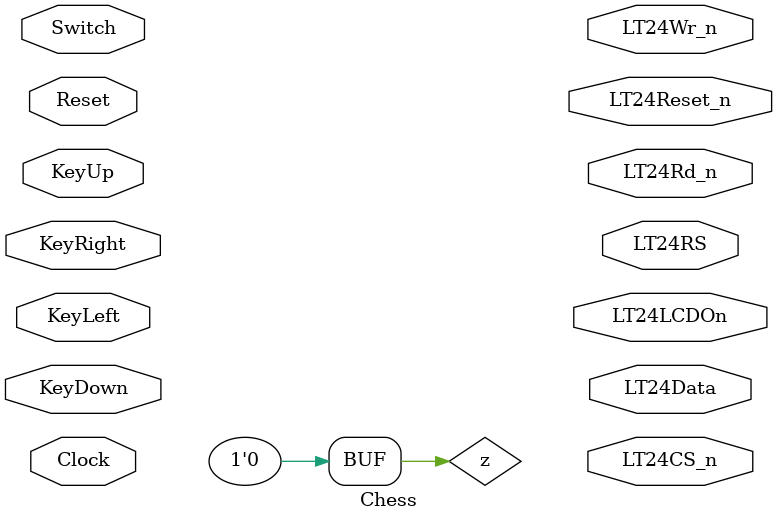
<source format=v>
module Chess (

   /* Inputs */
   input         Clock, 
   input         Reset,

   input         Switch,
   input         KeyLeft,
   input         KeyUp,
   input         KeyDown,
   input         KeyRight,
    
   /* Outputs */
   output        LT24Wr_n,
   output        LT24Rd_n,
   output        LT24CS_n,
   output        LT24RS,
   output        LT24Reset_n,
   output [15:0] LT24Data,
   output        LT24LCDOn

); 

//State-Machine Registers
reg [2:0] State;

//Local Parameters used to define State names
localparam ST_START  = 2'b000;
localparam ST_CHESS  = 2'b001;
localparam ST_WHITE  = 2'b010;
localparam ST_BLACK  = 2'b011;
localparam ST_END    = 2'b100;

//Define the outputs for each State, which are only dependent on the state
always @(State) begin
   z = 1'b0; // Default value for output
   
   case (State)
      
      ST_START: begin
      end
      
      ST_CHESS: begin
      end
      
      ST_WHITE: begin
      end
      
      ST_BLACK: begin
      end
   
      ST_END: begin
      end
      
   endcase
end

//Define state transitions, which are synchronous
always @(posedge clock or posedge reset) begin
   if (reset) begin
      //Reset the state machine
      State <= ST_START;
   end else begin
   
   case (State)
      
      ST_START: begin
      end
      
      ST_CHESS: begin
      end      
      
      ST_WHITE: begin
      end
      
      ST_BLACK: begin
      end
      
      ST_END: begin
      end
      
      default: begin
          State <= ST_START;
      end
      endcase
    end
end

endmodule

</source>
